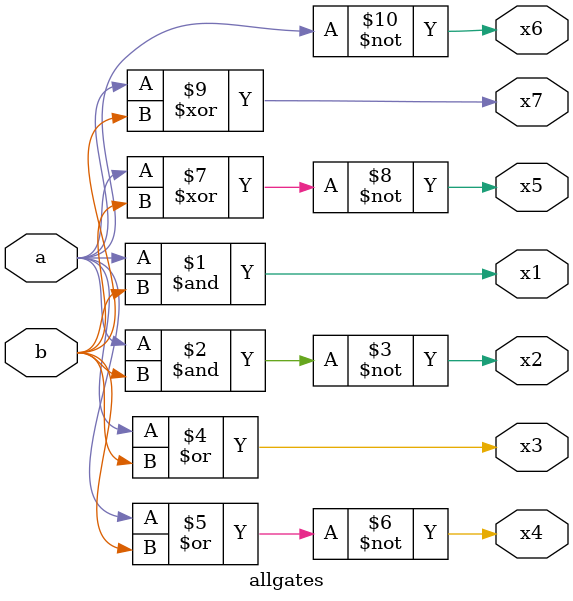
<source format=v>
module allgates(a,b,x1,x2,x3,x4,x5,x6,x7);
input a,b;
output x1,x2,x3,x4,x5,x6,x7;
and g1(x1,a,b);
nand g2(x2,a,b);
or g3(x3,a,b);
nor g4(x4,a,b);
xnor g5(x5,a,b);
not g6(x6,a);
xor g7(x7,a,b);
endmodule


</source>
